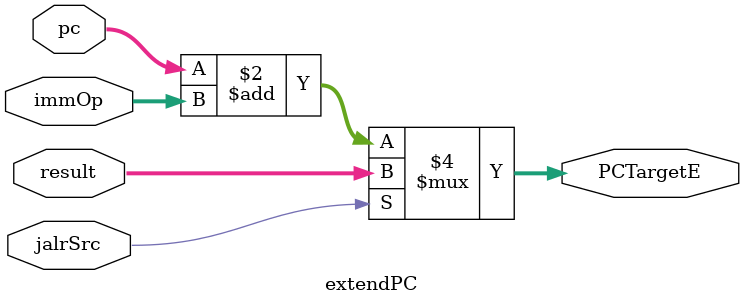
<source format=sv>
module extendPC #(
    parameter DATA_WIDTH = 32,
    parameter ADDR_WIDTH = 32
) (
    input   logic [ADDR_WIDTH-1:0]  pc,
    input   logic [DATA_WIDTH-1:0]  immOp,
    input   logic [DATA_WIDTH-1:0]  result,
    input   logic                   jalrSrc,
    output  logic [ADDR_WIDTH-1:0]  PCTargetE
);

    always_comb
        if (jalrSrc)
            PCTargetE = result;
        else
            PCTargetE = pc + immOp;
    
endmodule

</source>
